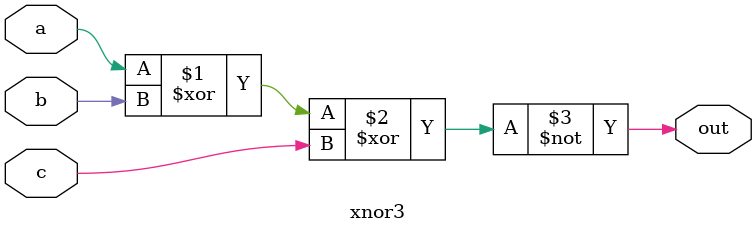
<source format=v>
module xnor3(
    input a, b, c,
    output out
);
    assign out = ~(a ^ b ^ c);
endmodule
</source>
